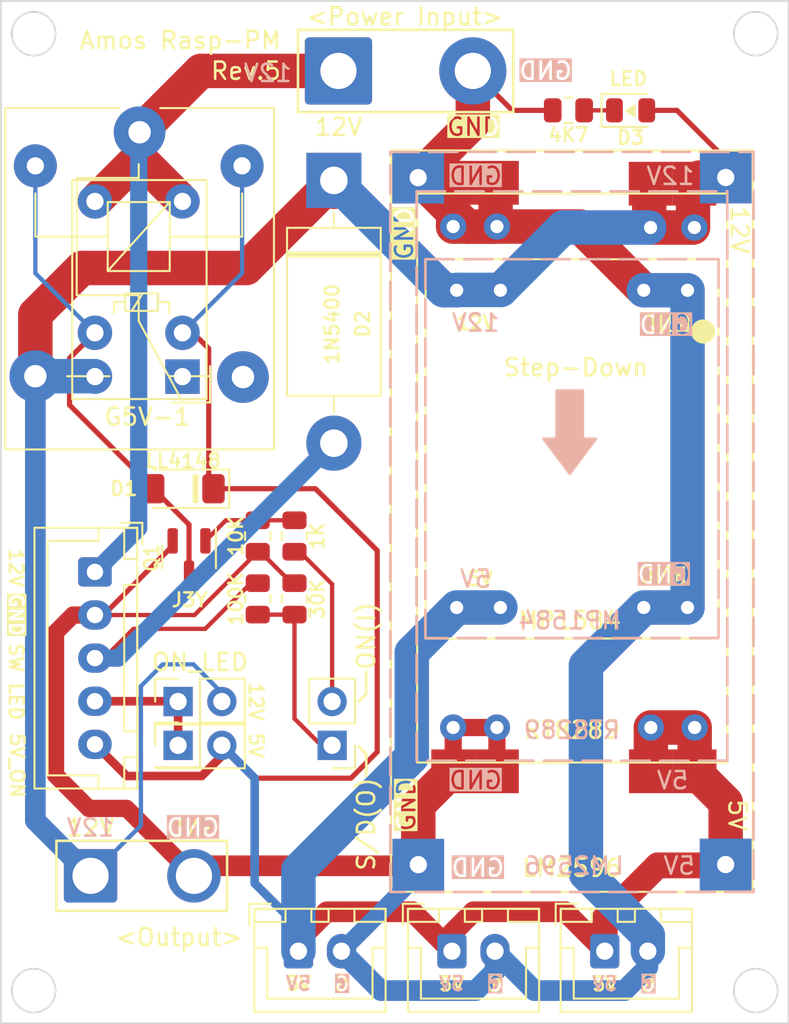
<source format=kicad_pcb>
(kicad_pcb (version 20221018) (generator pcbnew)
  (title_block (title "Raspberry Pie Power Module") (date "2023-03-25") (rev "5") (company "Amos Home"))
  (layers (0 "F.Cu" signal) (31 "B.Cu" signal) (34 "B.Paste" user) (35 "F.Paste" user) (36 "B.SilkS" user "B.Silkscreen") (37 "F.SilkS" user "F.Silkscreen") (38 "B.Mask" user) (39 "F.Mask" user) (44 "Edge.Cuts" user))
  (net 0 "")
  (net 2 "Relay_Coil_2")
  (net 3 "5V_ON")
  (net 4 "12V_ON")
  (net 5 "InGND")
  (net 6 "/SWITCH")
  (net 7 "Net-(D3-K)")
  (net 8 "/ON_LED")
  (net 9 "/POWER_SIG")
  (net 10 "/SHUTDOWN")
  (net 11 "Relay_In")
  (net 12 "Net-(Q1-B)")
  (footprint "rasp_power_module:MP1584_dcdc_module" (layer "F.Cu") (at 119.634 44.069 -90)
    (fp_text reference "DCDC1" hide)
    (fp_text value "MP1584_module")
    (pad "1" thru_hole circle (at 1.8 12.66 270) (size 1.524 1.524) (drill 0.762) (layers "*.Cu" "*.Mask") (net 4 "12V_ON"))
    (pad "1" thru_hole circle (at 1.8 15.2 270) (size 1.524 1.524) (drill 0.762) (layers "*.Cu" "*.Mask") (net 4 "12V_ON"))
    (pad "2" thru_hole circle (at 1.8 1.8 270) (size 1.524 1.524) (drill 0.762) (layers "*.Cu" "*.Mask") (net 5 "InGND"))
    (pad "2" thru_hole circle (at 1.8 4.34 270) (size 1.524 1.524) (drill 0.762) (layers "*.Cu" "*.Mask") (net 5 "InGND"))
    (pad "3" thru_hole circle (at 20.2 12.66 270) (size 1.524 1.524) (drill 0.762) (layers "*.Cu" "*.Mask") (net 3 "5V_ON"))
    (pad "3" thru_hole circle (at 20.2 15.2 270) (size 1.524 1.524) (drill 0.762) (layers "*.Cu" "*.Mask") (net 3 "5V_ON"))
    (pad "4" thru_hole circle (at 20.2 1.8 270) (size 1.524 1.524) (drill 0.762) (layers "*.Cu" "*.Mask") (net 5 "InGND"))
    (pad "4" thru_hole circle (at 20.2 4.34 270) (size 1.524 1.524) (drill 0.762) (layers "*.Cu" "*.Mask") (net 5 "InGND"))
  )
  (footprint "Resistor_SMD:R_0805_2012Metric" (layer "F.Cu") (at 95.0214 60.1218 90)
    (fp_text reference "R1" hide)
    (fp_text value "1K" (at 0 1.3208 90) (layer "F.SilkS") (effects (font (size 0.8 0.8))))
    (pad "1" smd roundrect (at -0.9125 0 90) (size 1.025 1.4) (layers "F.Cu" "F.Paste" "F.Mask") (roundrect_rratio 0.243902439) (net 9 "/POWER_SIG"))
    (pad "2" smd roundrect (at 0.9125 0 90) (size 1.025 1.4) (layers "F.Cu" "F.Paste" "F.Mask") (roundrect_rratio 0.243902439) (net 12 "Net-(Q1-B)"))
  )
  (footprint "rasp_power_module:LM2596_dcdc_module" (layer "F.Cu") (at 111.125 59.2582 -90)
    (fp_text reference "DCDC2" hide)
    (fp_text value "LM2596_module")
    (pad "1" thru_hole rect (at -19.930917 -8.927728 270) (size 3 3) (drill 1) (layers "*.Cu" "*.Mask") (net 4 "12V_ON"))
    (pad "2" thru_hole rect (at -19.922188 8.92511 270) (size 3 3) (drill 1) (layers "*.Cu" "*.Mask") (net 5 "InGND"))
    (pad "3" thru_hole rect (at 19.917173 -8.922444 270) (size 3 3) (drill 1) (layers "*.Cu" "*.Mask") (net 3 "5V_ON"))
    (pad "4" thru_hole rect (at 19.926735 8.915783 270) (size 3 3) (drill 1) (layers "*.Cu" "*.Mask") (net 5 "InGND"))
  )
  (footprint "Connector_PinHeader_2.54mm:PinHeader_2x01_P2.54mm_Vertical" (layer "F.Cu") (at 88.265 69.723)
    (fp_text reference "JP1" hide)
    (fp_text value "Jumper_2_Open" hide)
    (pad "1" thru_hole rect (at 0 0) (size 1.7 1.7) (drill 1) (layers "*.Cu" "*.Mask") (net 8 "/ON_LED"))
    (pad "2" thru_hole oval (at 2.54 0) (size 1.7 1.7) (drill 1) (layers "*.Cu" "*.Mask") (net 4 "12V_ON"))
  )
  (footprint "Resistor_SMD:R_0805_2012Metric" (layer "F.Cu") (at 95.0214 63.7686 -90)
    (fp_text reference "R4" hide)
    (fp_text value "30K" (at 0.0108 -1.3208 -90) (layer "F.SilkS") (effects (font (size 0.8 0.8))))
    (pad "1" smd roundrect (at -0.9125 0 270) (size 1.025 1.4) (layers "F.Cu" "F.Paste" "F.Mask") (roundrect_rratio 0.243902439) (net 5 "InGND"))
    (pad "2" smd roundrect (at 0.9125 0 270) (size 1.025 1.4) (layers "F.Cu" "F.Paste" "F.Mask") (roundrect_rratio 0.243902439) (net 10 "/SHUTDOWN"))
  )
  (footprint "Connector_Wire:SolderWire-1.5sqmm_1x02_P6mm_D1.7mm_OD3mm" (layer "F.Cu") (at 83.185 79.8322)
    (fp_text reference "J5")
    (fp_text value "Conn_01x02" hide)
    (pad "1" thru_hole roundrect (at 0 0) (size 3.1 3.1) (drill 2.1) (layers "*.Cu" "*.Mask") (roundrect_rratio 0.08064483871) (net 4 "12V_ON"))
    (pad "2" thru_hole circle (at 6 0) (size 3.1 3.1) (drill 2.1) (layers "*.Cu" "*.Mask") (net 5 "InGND"))
  )
  (footprint "Diode_THT:D_DO-201AD_P15.24mm_Horizontal" (layer "F.Cu") (at 97.3074 39.497 -90)
    (fp_text reference "D2" (at 8.3312 -1.6764 -90) (layer "F.SilkS") (effects (font (size 0.8 0.8))))
    (fp_text value "1N5400" (at 8.3312 0.1016 -90) (layer "F.SilkS") (effects (font (size 0.8 0.8))))
    (pad "1" thru_hole rect (at 0 0 270) (size 3.2 3.2) (drill 1.6) (layers "*.Cu" "*.Mask") (net 4 "12V_ON"))
    (pad "2" thru_hole oval (at 15.24 0 270) (size 3.2 3.2) (drill 1.6) (layers "*.Cu" "*.Mask") (net 6 "/SWITCH"))
  )
  (footprint "Resistor_SMD:R_0805_2012Metric" (layer "F.Cu") (at 92.8878 60.1218 90)
    (fp_text reference "R2" hide)
    (fp_text value "10K" (at 0 -1.27 90) (layer "F.SilkS") (effects (font (size 0.8 0.8))))
    (pad "1" smd roundrect (at -0.9125 0 90) (size 1.025 1.4) (layers "F.Cu" "F.Paste" "F.Mask") (roundrect_rratio 0.243902439) (net 5 "InGND"))
    (pad "2" smd roundrect (at 0.9125 0 90) (size 1.025 1.4) (layers "F.Cu" "F.Paste" "F.Mask") (roundrect_rratio 0.243902439) (net 12 "Net-(Q1-B)"))
  )
  (footprint "Connector_PinHeader_2.54mm:PinHeader_1x02_P2.54mm_Vertical" (layer "F.Cu") (at 97.2058 72.263 180)
    (fp_text reference "J3" hide)
    (fp_text value "Conn_01x02" hide)
    (pad "1" thru_hole rect (at 0 0 180) (size 1.7 1.7) (drill 1) (layers "*.Cu" "*.Mask") (net 10 "/SHUTDOWN"))
    (pad "2" thru_hole oval (at 0 2.54 180) (size 1.7 1.7) (drill 1) (layers "*.Cu" "*.Mask") (net 9 "/POWER_SIG"))
  )
  (footprint "Relay_THT:Relay_SPDT_Omron_G5V-1" (layer "F.Cu") (at 88.519 50.8762 180)
    (fp_text reference "K1" hide)
    (fp_text value "G5V-1")
    (pad "1" thru_hole rect (at 0 0 180) (size 2 2) (drill 1) (layers "*.Cu" "*.Mask"))
    (pad "2" thru_hole circle (at 0 2.54 180) (size 2 2) (drill 1) (layers "*.Cu" "*.Mask") (net 3 "5V_ON"))
    (pad "5" thru_hole circle (at 0 10.16 180) (size 2 2) (drill 1) (layers "*.Cu" "*.Mask") (net 11 "Relay_In"))
    (pad "6" thru_hole circle (at 5.08 10.16 180) (size 2 2) (drill 1) (layers "*.Cu" "*.Mask") (net 11 "Relay_In"))
    (pad "9" thru_hole circle (at 5.08 2.54 180) (size 2 2) (drill 1) (layers "*.Cu" "*.Mask") (net 2 "Relay_Coil_2"))
    (pad "10" thru_hole circle (at 5.08 0 180) (size 2 2) (drill 1) (layers "*.Cu" "*.Mask") (net 4 "12V_ON"))
  )
  (footprint "Connector_JST:JST_XH_B2B-XH-A_1x02_P2.50mm_Vertical" (layer "F.Cu") (at 95.25 84.201)
    (fp_text reference "J7" hide)
    (fp_text value "Conn_01x02" hide)
    (pad "1" thru_hole roundrect (at 0 0) (size 1.7 2) (drill 1) (layers "*.Cu" "*.Mask") (roundrect_rratio 0.1470588235) (net 3 "5V_ON"))
    (pad "2" thru_hole oval (at 2.5 0) (size 1.7 2) (drill 1) (layers "*.Cu" "*.Mask") (net 5 "InGND"))
  )
  (footprint "rasp_power_module:RT8289_dcdc_module" (layer "F.Cu") (at 120.142 40.259 -90)
    (fp_text reference "DCDC3" hide)
    (fp_text value "RT8289_module")
    (pad "1" smd rect (at -0.57 1.91 270) (size 2.54 2.54) (layers "F.Cu" "F.Paste" "F.Mask") (net 4 "12V_ON"))
    (pad "1" smd rect (at -0.57 4.45 270) (size 2.54 2.54) (layers "F.Cu" "F.Paste" "F.Mask") (net 4 "12V_ON"))
    (pad "1" thru_hole circle (at 1.97 1.91 270) (size 1.524 1.524) (drill 0.762) (layers "*.Cu" "*.Mask") (net 4 "12V_ON"))
    (pad "1" thru_hole circle (at 1.97 4.45 270) (size 1.524 1.524) (drill 0.762) (layers "*.Cu" "*.Mask") (net 4 "12V_ON"))
    (pad "2" smd rect (at -0.625 13.37 270) (size 2.54 2.54) (layers "F.Cu" "F.Paste" "F.Mask") (net 5 "InGND"))
    (pad "2" smd rect (at -0.625 15.91 270) (size 2.54 2.54) (layers "F.Cu" "F.Paste" "F.Mask") (net 5 "InGND"))
    (pad "2" thru_hole circle (at 1.915 13.37 270) (size 1.524 1.524) (drill 0.762) (layers "*.Cu" "*.Mask") (net 5 "InGND"))
    (pad "2" thru_hole circle (at 1.915 15.91 270) (size 1.524 1.524) (drill 0.762) (layers "*.Cu" "*.Mask") (net 5 "InGND"))
    (pad "3" thru_hole circle (at 30.97 1.895 270) (size 1.524 1.524) (drill 0.762) (layers "*.Cu" "*.Mask") (net 3 "5V_ON"))
    (pad "3" thru_hole circle (at 30.97 4.435 270) (size 1.524 1.524) (drill 0.762) (layers "*.Cu" "*.Mask") (net 3 "5V_ON"))
    (pad "3" smd rect (at 33.51 1.895 270) (size 2.54 2.54) (layers "F.Cu" "F.Paste" "F.Mask") (net 3 "5V_ON"))
    (pad "3" smd rect (at 33.51 4.435 270) (size 2.54 2.54) (layers "F.Cu" "F.Paste" "F.Mask") (net 3 "5V_ON"))
    (pad "4" thru_hole circle (at 30.97 13.37 270) (size 1.524 1.524) (drill 0.762) (layers "*.Cu" "*.Mask") (net 5 "InGND"))
    (pad "4" thru_hole circle (at 30.97 15.91 270) (size 1.524 1.524) (drill 0.762) (layers "*.Cu" "*.Mask") (net 5 "InGND"))
    (pad "4" smd rect (at 33.51 13.37 270) (size 2.54 2.54) (layers "F.Cu" "F.Paste" "F.Mask") (net 5 "InGND"))
    (pad "4" smd rect (at 33.51 15.91 270) (size 2.54 2.54) (layers "F.Cu" "F.Paste" "F.Mask") (net 5 "InGND"))
  )
  (footprint "Resistor_SMD:R_0805_2012Metric" (layer "F.Cu") (at 110.9218 35.433)
    (fp_text reference "R5" hide)
    (fp_text value "4K7" (at 0 1.4224) (layer "F.SilkS") (effects (font (size 0.8 0.8))))
    (pad "1" smd roundrect (at -0.9125 0) (size 1.025 1.4) (layers "F.Cu" "F.Paste" "F.Mask") (roundrect_rratio 0.243902439) (net 5 "InGND"))
    (pad "2" smd roundrect (at 0.9125 0) (size 1.025 1.4) (layers "F.Cu" "F.Paste" "F.Mask") (roundrect_rratio 0.243902439) (net 7 "Net-(D3-K)"))
  )
  (footprint "LED_SMD:LED_0805_2012Metric" (layer "F.Cu") (at 114.5286 35.433)
    (fp_text reference "D3" (at 0 1.5748 180) (layer "F.SilkS") (effects (font (size 0.8 0.8))))
    (fp_text value "LED" (at -0.127 -1.8288) (layer "F.SilkS") (effects (font (size 0.8 0.8))))
    (pad "1" smd roundrect (at -0.9375 0) (size 0.975 1.4) (layers "F.Cu" "F.Paste" "F.Mask") (net 7 "Net-(D3-K)"))
    (pad "2" smd roundrect (at 0.9375 0) (size 0.975 1.4) (layers "F.Cu" "F.Paste" "F.Mask") (net 4 "12V_ON"))
  )
  (footprint "Connector_Wire:SolderWire-1.5sqmm_1x02_P7.8mm_D1.7mm_OD3.9mm" (layer "F.Cu") (at 97.573 33.147)
    (fp_text reference "J1" hide)
    (fp_text value "Conn_01x02" hide)
    (pad "1" thru_hole roundrect (at 0 0) (size 3.9 3.9) (drill 2.1) (layers "*.Cu" "*.Mask") (roundrect_rratio 0.06410307692) (net 11 "Relay_In"))
    (pad "2" thru_hole circle (at 7.8 0) (size 3.9 3.9) (drill 2.1) (layers "*.Cu" "*.Mask") (net 5 "InGND"))
  )
  (footprint "Connector_JST:JST_XH_B2B-XH-A_1x02_P2.50mm_Vertical" (layer "F.Cu") (at 113.03 84.201)
    (fp_text reference "J9" hide)
    (fp_text value "Conn_01x02" hide)
    (pad "1" thru_hole roundrect (at 0 0) (size 1.7 2) (drill 1) (layers "*.Cu" "*.Mask") (roundrect_rratio 0.1470588235) (net 3 "5V_ON"))
    (pad "2" thru_hole oval (at 2.5 0) (size 1.7 2) (drill 1) (layers "*.Cu" "*.Mask") (net 5 "InGND"))
  )
  (footprint "Connector_JST:JST_XH_B2B-XH-A_1x02_P2.50mm_Vertical" (layer "F.Cu") (at 104.16 84.201)
    (fp_text reference "J8" hide)
    (fp_text value "Conn_01x02" hide)
    (pad "1" thru_hole roundrect (at 0 0) (size 1.7 2) (drill 1) (layers "*.Cu" "*.Mask") (roundrect_rratio 0.1470588235) (net 3 "5V_ON"))
    (pad "2" thru_hole oval (at 2.5 0) (size 1.7 2) (drill 1) (layers "*.Cu" "*.Mask") (net 5 "InGND"))
  )
  (footprint "Package_TO_SOT_SMD:SOT-23" (layer "F.Cu") (at 88.9 61.341 -90)
    (fp_text reference "Q1" (at 0.0508 2.159 -90) (layer "F.SilkS") (effects (font (size 0.8 0.8))))
    (fp_text value "S8050 J3Y")
    (pad "1" smd roundrect (at -0.9375 -0.95 270) (size 1.475 0.6) (layers "F.Cu" "F.Paste" "F.Mask") (net 12 "Net-(Q1-B)"))
    (pad "2" smd roundrect (at -0.9375 0.95 270) (size 1.475 0.6) (layers "F.Cu" "F.Paste" "F.Mask") (net 5 "InGND"))
    (pad "3" smd roundrect (at 0.9375 0 270) (size 1.475 0.6) (layers "F.Cu" "F.Paste" "F.Mask") (net 2 "Relay_Coil_2"))
  )
  (footprint "Connector_PinHeader_2.54mm:PinHeader_2x01_P2.54mm_Vertical" (layer "F.Cu") (at 88.265 72.263)
    (fp_text reference "JP2" hide)
    (fp_text value "Jumper_2_Open" hide)
    (pad "1" thru_hole rect (at 0 0) (size 1.7 1.7) (drill 1) (layers "*.Cu" "*.Mask") (net 8 "/ON_LED"))
    (pad "2" thru_hole oval (at 2.54 0) (size 1.7 1.7) (drill 1) (layers "*.Cu" "*.Mask") (net 3 "5V_ON"))
  )
  (footprint "Relay_THT:Relay_SPDT_SANYOU_SRD_Series_Form_C" (layer "F.Cu") (at 86.0298 36.703 -90)
    (fp_text reference "K2" hide)
    (fp_text value "SANYOU_SRD_Form_C")
    (pad "1" thru_hole circle (at 0 0) (size 3 3) (drill 1.3) (layers "*.Cu" "*.Mask") (net 11 "Relay_In"))
    (pad "2" thru_hole circle (at 1.95 6.05) (size 2.5 2.5) (drill 1) (layers "*.Cu" "*.Mask") (net 2 "Relay_Coil_2"))
    (pad "3" thru_hole circle (at 14.15 6.05) (size 3 3) (drill 1.3) (layers "*.Cu" "*.Mask") (net 4 "12V_ON"))
    (pad "4" thru_hole circle (at 14.2 -6) (size 3 3) (drill 1.3) (layers "*.Cu" "*.Mask"))
    (pad "5" thru_hole circle (at 1.95 -5.95) (size 2.5 2.5) (drill 1) (layers "*.Cu" "*.Mask") (net 3 "5V_ON"))
  )
  (footprint "Diode_SMD:D_MiniMELF" (layer "F.Cu") (at 88.5698 57.3786 180)
    (fp_text reference "D1" (at 3.4544 0) (layer "F.SilkS") (effects (font (size 0.8 0.8))))
    (fp_text value "LL4148" (at 0 1.6256 180) (layer "F.SilkS") (effects (font (size 0.8 0.8))))
    (pad "1" smd roundrect (at -1.75 0 180) (size 1.3 1.7) (layers "F.Cu" "F.Paste" "F.Mask") (roundrect_rratio 0.1923076923) (net 3 "5V_ON"))
    (pad "2" smd roundrect (at 1.75 0 180) (size 1.3 1.7) (layers "F.Cu" "F.Paste" "F.Mask") (roundrect_rratio 0.1923076923) (net 2 "Relay_Coil_2"))
  )
  (footprint "Connector_JST:JST_XH_B5B-XH-A_1x05_P2.50mm_Vertical" (layer "F.Cu") (at 83.439 62.2046 -90)
    (fp_text reference "J2" hide)
    (fp_text value "Conn_01x05" hide)
    (pad "1" thru_hole roundrect (at 0 0 270) (size 1.7 1.95) (drill 0.95) (layers "*.Cu" "*.Mask") (roundrect_rratio 0.1470588235) (net 11 "Relay_In"))
    (pad "2" thru_hole oval (at 2.5 0 270) (size 1.7 1.95) (drill 0.95) (layers "*.Cu" "*.Mask") (net 5 "InGND"))
    (pad "3" thru_hole oval (at 5 0 270) (size 1.7 1.95) (drill 0.95) (layers "*.Cu" "*.Mask") (net 6 "/SWITCH"))
    (pad "4" thru_hole oval (at 7.5 0 270) (size 1.7 1.95) (drill 0.95) (layers "*.Cu" "*.Mask") (net 8 "/ON_LED"))
    (pad "5" thru_hole oval (at 10 0 270) (size 1.7 1.95) (drill 0.95) (layers "*.Cu" "*.Mask") (net 3 "5V_ON"))
  )
  (footprint "Resistor_SMD:R_0805_2012Metric" (layer "F.Cu") (at 92.8878 63.7686 -90)
    (fp_text reference "R3" hide)
    (fp_text value "100K" (at 0.0108 1.27 -90) (layer "F.SilkS") (effects (font (size 0.8 0.8))))
    (pad "1" smd roundrect (at -0.9125 0 270) (size 1.025 1.4) (layers "F.Cu" "F.Paste" "F.Mask") (roundrect_rratio 0.243902439) (net 6 "/SWITCH"))
    (pad "2" smd roundrect (at 0.9125 0 270) (size 1.025 1.4) (layers "F.Cu" "F.Paste" "F.Mask") (roundrect_rratio 0.243902439) (net 10 "/SHUTDOWN"))
  )
  (gr_rect (start 102.616 44.069) (end 119.634 66.04) (stroke (width 0.15) (type dash)) (fill none) (layer "B.SilkS"))
  (gr_rect (start 102.108 40.132) (end 120.142 73.152) (stroke (width 0.15) (type dash)) (fill none) (layer "B.SilkS"))
  (gr_poly (pts (xy 110.236 51.689) (xy 110.236 54.483) (xy 109.474 54.483) (xy 110.998 56.515) (xy 112.522 54.483) (xy 111.76 54.483) (xy 111.76 51.689)) (stroke (width 0.15)) (fill solid) (layer "B.SilkS"))
  (gr_rect (start 100.584 37.846) (end 121.666 80.772) (stroke (width 0.15) (type dash)) (fill none) (layer "B.SilkS"))
  (gr_rect (start 89.1794 56.6166) (end 89.3826 58.1406) (stroke (width 0.15)) (fill solid) (layer "F.SilkS"))
  (gr_rect (start 81.2038 77.8002) (end 91.1098 81.8642) (stroke (width 0.15)) (fill none) (layer "F.SilkS"))
  (gr_line (start 98.739 69.7438) (end 99.187 69.2658) (stroke (width 0.15)) (layer "F.SilkS"))
  (gr_rect (start 95.2246 30.7594) (end 107.7214 35.5346) (stroke (width 0.15)) (fill none) (layer "F.SilkS"))
  (gr_poly (pts (xy 110.236 51.689) (xy 110.236 54.483) (xy 109.474 54.483) (xy 110.998 56.515) (xy 112.522 54.483) (xy 111.76 54.483) (xy 111.76 51.689)) (stroke (width 0.15)) (fill solid) (layer "F.SilkS"))
  (gr_line (start 99.187 69.2658) (end 99.187 67.9958) (stroke (width 0.15)) (layer "F.SilkS"))
  (gr_line (start 99.187 72.771) (end 99.187 74.041) (stroke (width 0.15)) (layer "F.SilkS"))
  (gr_line (start 98.739 72.3138) (end 99.187 72.771) (stroke (width 0.15)) (layer "F.SilkS"))
  (gr_circle (center 121.793 30.988) (end 123.063 30.988) (stroke (width 0.1)) (fill none) (layer "Edge.Cuts"))
  (gr_circle (center 121.793 86.487) (end 123.063 86.487) (stroke (width 0.1)) (fill none) (layer "Edge.Cuts"))
  (gr_circle (center 79.883 30.988) (end 81.153 30.988) (stroke (width 0.1)) (fill none) (layer "Edge.Cuts"))
  (gr_circle (center 79.883 86.487) (end 81.153 86.487) (stroke (width 0.1)) (fill none) (layer "Edge.Cuts"))
  (gr_rect (start 77.978 29.083) (end 123.698 88.392) (stroke (width 0.1)) (fill none) (layer "Edge.Cuts"))
  (gr_text "12V" (at 105.537 47.752) (layer "B.SilkS") (effects (font (size 1 1)) (justify mirror)))
  (gr_text "GND" (at 105.664 79.375) (layer "B.SilkS" knockout) (effects (font (size 1 1)) (justify mirror)))
  (gr_text "G" (at 106.68 86.1314) (layer "B.SilkS" knockout) (effects (font (size 0.8 0.8)) (justify mirror)))
  (gr_text "5V" (at 117.348 79.248) (layer "B.SilkS") (effects (font (size 1 1)) (justify mirror)))
  (gr_text "G" (at 97.79 86.106) (layer "B.SilkS" knockout) (effects (font (size 0.8 0.8)) (justify mirror)))
  (gr_text "MP1584" (at 110.998 65.024) (layer "B.SilkS") (effects (font (size 1 1)) (justify mirror)))
  (gr_text "12V" (at 116.84 39.243) (layer "B.SilkS") (effects (font (size 1 1)) (justify mirror)))
  (gr_text "5V" (at 116.967 74.295) (layer "B.SilkS") (effects (font (size 1 1)) (justify mirror)))
  (gr_text "GND" (at 105.537 39.243) (layer "B.SilkS" knockout) (effects (font (size 1 1)) (justify mirror)))
  (gr_text "GND" (at 89.1286 77.0382) (layer "B.SilkS" knockout) (effects (font (size 1 1)) (justify mirror)))
  (gr_text "G" (at 115.57 86.1314) (layer "B.SilkS" knockout) (effects (font (size 0.8 0.8)) (justify mirror)))
  (gr_text "GND" (at 109.601 33.147) (layer "B.SilkS" knockout) (effects (font (size 1 1)) (justify mirror)))
  (gr_text "5V" (at 95.25 86.0806) (layer "B.SilkS") (effects (font (size 0.8 0.8)) (justify mirror)))
  (gr_text "12V" (at 83.185 77.0382) (layer "B.SilkS") (effects (font (size 1 1)) (justify mirror)))
  (gr_text "GND" (at 105.537 74.295) (layer "B.SilkS" knockout) (effects (font (size 1 1)) (justify mirror)))
  (gr_text "GND" (at 116.586 47.879) (layer "B.SilkS" knockout) (effects (font (size 1 1)) (justify mirror)))
  (gr_text "5V" (at 113.03 86.0806) (layer "B.SilkS") (effects (font (size 0.8 0.8)) (justify mirror)))
  (gr_text "LM2596" (at 111.252 79.248) (layer "B.SilkS") (effects (font (size 1 1)) (justify mirror)))
  (gr_text "5V" (at 104.14 86.0806) (layer "B.SilkS") (effects (font (size 0.8 0.8)) (justify mirror)))
  (gr_text "12V" (at 93.472 33.274) (layer "B.SilkS") (effects (font (size 1 1)) (justify mirror)))
  (gr_text "RT8289" (at 111.125 71.374) (layer "B.SilkS") (effects (font (size 1 1)) (justify mirror)))
  (gr_text "5V" (at 105.537 62.611) (layer "B.SilkS") (effects (font (size 1 1)) (justify mirror)))
  (gr_text "GND" (at 116.459 62.357) (layer "B.SilkS" knockout) (effects (font (size 1 1)) (justify mirror)))
  (gr_text "RT8289" (at 111.125 71.374) (layer "F.SilkS") (effects (font (size 1 1))))
  (gr_text "5V" (at 92.7862 72.263 270) (layer "F.SilkS") (effects (font (size 0.8 0.8))))
  (gr_text "S/D(O)" (at 99.187 76.835 90) (layer "F.SilkS") (effects (font (size 1 1))))
  (gr_text "5V_ON" (at 78.9178 73.4314 270) (layer "F.SilkS") (effects (font (size 0.8 0.8))))
  (gr_text "SW" (at 78.867 67.183 270) (layer "F.SilkS") (effects (font (size 0.8 0.8))))
  (gr_text "GND" (at 102.108 77.343 90) (layer "F.SilkS" knockout) (effects (font (size 1 1)) (justify left bottom)))
  (gr_text "<Power Input>" (at 101.4222 29.9974) (layer "F.SilkS") (effects (font (size 1 1))))
  (gr_text "GND" (at 89.1286 77.0382) (layer "F.SilkS" knockout) (effects (font (size 1 1))))
  (gr_text "LED" (at 78.867 69.723 270) (layer "F.SilkS") (effects (font (size 0.8 0.8))))
  (gr_text "5V" (at 120.142 75.311 -90) (layer "F.SilkS") (effects (font (size 1 1)) (justify left bottom)))
  (gr_text "LM2596" (at 111.125 79.375) (layer "F.SilkS") (effects (font (size 1 1))))
  (gr_text "G" (at 97.79 86.106) (layer "F.SilkS" knockout) (effects (font (size 0.8 0.8))))
  (gr_text "12V" (at 120.269 40.894 -90) (layer "F.SilkS") (effects (font (size 1 1)) (justify left bottom)))
  (gr_text "ON_LED" (at 89.535 67.437) (layer "F.SilkS") (effects (font (size 1 1))))
  (gr_text "GND" (at 78.867 64.6938 270) (layer "F.SilkS" knockout) (effects (font (size 0.8 0.8))))
  (gr_text "ON(I)" (at 99.187 65.913 90) (layer "F.SilkS") (effects (font (size 1 1))))
  (gr_text "12V" (at 92.7862 69.723 270) (layer "F.SilkS") (effects (font (size 0.8 0.8))))
  (gr_text "G" (at 106.68 86.106) (layer "F.SilkS" knockout) (effects (font (size 0.8 0.8))))
  (gr_text "12V" (at 97.573 36.3982) (layer "F.SilkS") (effects (font (size 1 1))))
  (gr_text "GND" (at 101.981 44.196 90) (layer "F.SilkS" knockout) (effects (font (size 1 1)) (justify left bottom)))
  (gr_text "G" (at 115.57 86.106) (layer "F.SilkS" knockout) (effects (font (size 0.8 0.8))))
  (gr_text "Step-Down" (at 107.061 50.927) (layer "F.SilkS") (effects (font (size 1 1)) (justify left bottom)))
  (gr_text "5V" (at 113.03 86.106) (layer "F.SilkS") (effects (font (size 0.8 0.8))))
  (gr_text "J3Y" (at 88.9254 63.8302) (layer "F.SilkS") (effects (font (size 0.8 0.8))))
  (gr_text "◄" (at 114.5286 35.3822) (layer "F.SilkS") (effects (font (size 1 0.6))))
  (gr_text "GND" (at 116.713 47.752) (layer "F.SilkS" knockout) (effects (font (size 0.8 0.8))))
  (gr_text "G5V-1" (at 86.487 53.213) (layer "F.SilkS") (effects (font (size 1 1))))
  (gr_text "GND" (at 116.459 62.484) (layer "F.SilkS" knockout) (effects (font (size 0.8 0.8))))
  (gr_text "5V" (at 95.25 86.0806) (layer "F.SilkS") (effects (font (size 0.8 0.8))))
  (gr_text "12V" (at 83.185 77.0382) (layer "F.SilkS") (effects (font (size 1 1))))
  (gr_text "<Output>" (at 88.3158 83.3882) (layer "F.SilkS") (effects (font (size 1 1))))
  (gr_text "GND" (at 105.41 36.3982) (layer "F.SilkS" knockout) (effects (font (size 1 1))))
  (gr_text "5V" (at 105.791 62.611) (layer "F.SilkS") (effects (font (size 0.8 0.8))))
  (gr_text "5V" (at 104.14 86.106) (layer "F.SilkS") (effects (font (size 0.8 0.8))))
  (gr_text "Amos Rasp-PM" (at 88.392 31.369) (layer "F.SilkS") (effects (font (size 1 1))))
  (gr_text "12V" (at 105.537 47.752) (layer "F.SilkS") (effects (font (size 0.8 0.8))))
  (gr_text "MP1584" (at 110.998 65.024) (layer "F.SilkS") (effects (font (size 1 1))))
  (gr_text "Rev.5" (at 92.202 33.147) (layer "F.SilkS") (effects (font (size 1 1))))
  (gr_text "12V" (at 78.867 61.976 270) (layer "F.SilkS") (effects (font (size 0.8 0.8))))
  (segment (start 81.9658 49.8094) (end 81.9658 52.5246) (width 0.3) (layer "F.Cu") (net 2))
  (segment (start 83.439 48.3362) (end 81.9658 49.8094) (width 0.3) (layer "F.Cu") (net 2))
  (segment (start 88.9 62.2785) (end 88.9 59.4588) (width 0.3) (layer "F.Cu") (net 2))
  (segment (start 88.9 59.4588) (end 86.8198 57.3786) (width 0.3) (layer "F.Cu") (net 2))
  (segment (start 81.9658 52.5246) (end 86.8198 57.3786) (width 0.3) (layer "F.Cu") (net 2))
  (segment (start 79.9798 38.653) (end 79.9798 44.877) (width 0.25) (layer "B.Cu") (net 2))
  (segment (start 79.9798 44.877) (end 83.439 48.3362) (width 0.25) (layer "B.Cu") (net 2))
  (segment (start 90.3198 57.3786) (end 90.043 57.1018) (width 0.3) (layer "F.Cu") (net 3))
  (segment (start 120.047444 79.226173) (end 116.099827 79.226173) (width 1.5) (layer "F.Cu") (net 3))
  (segment (start 99.822 72.644) (end 99.822 60.96) (width 0.3) (layer "F.Cu") (net 3))
  (segment (start 90.805 72.263) (end 92.71 74.168) (width 0.3) (layer "F.Cu") (net 3))
  (segment (start 118.247 71.229) (end 115.707 71.229) (width 2) (layer "F.Cu") (net 3))
  (segment (start 92.71 74.168) (end 98.298 74.168) (width 0.3) (layer "F.Cu") (net 3))
  (segment (start 85.2754 74.041) (end 83.439 72.2046) (width 0.5) (layer "F.Cu") (net 3))
  (segment (start 90.043 49.2506) (end 89.1286 48.3362) (width 0.3) (layer "F.Cu") (net 3))
  (segment (start 104.16 84.201) (end 101.874 81.915) (width 1.2) (layer "F.Cu") (net 3))
  (segment (start 90.805 72.263) (end 90.805 72.8726) (width 0.5) (layer "F.Cu") (net 3))
  (segment (start 90.043 57.1018) (end 90.043 49.2506) (width 0.3) (layer "F.Cu") (net 3))
  (segment (start 118.247 73.769) (end 120.047444 75.569444) (width 2) (layer "F.Cu") (net 3))
  (segment (start 118.247 73.769) (end 118.247 71.229) (width 2) (layer "F.Cu") (net 3))
  (segment (start 95.25 83.82) (end 95.25 84.201) (width 1.2) (layer "F.Cu") (net 3))
  (segment (start 95.25 83.566) (end 95.25 83.82) (width 1.2) (layer "F.Cu") (net 3))
  (segment (start 89.6366 74.041) (end 85.2754 74.041) (width 0.5) (layer "F.Cu") (net 3))
  (segment (start 96.2406 57.3786) (end 90.3198 57.3786) (width 0.3) (layer "F.Cu") (net 3))
  (segment (start 116.099827 79.226173) (end 113.03 82.296) (width 1.5) (layer "F.Cu") (net 3))
  (segment (start 110.744 81.915) (end 105.41 81.915) (width 1.2) (layer "F.Cu") (net 3))
  (segment (start 113.03 82.296) (end 113.03 84.201) (width 1.5) (layer "F.Cu") (net 3))
  (segment (start 96.901 81.915) (end 95.25 83.566) (width 1.2) (layer "F.Cu") (net 3))
  (segment (start 104.16 83.165) (end 104.16 84.201) (width 1.2) (layer "F.Cu") (net 3))
  (segment (start 115.707 71.229) (end 115.707 73.769) (width 2) (layer "F.Cu") (net 3))
  (segment (start 105.41 81.915) (end 104.16 83.165) (width 1.2) (layer "F.Cu") (net 3))
  (segment (start 99.822 60.96) (end 96.2406 57.3786) (width 0.3) (layer "F.Cu") (net 3))
  (segment (start 98.298 74.168) (end 99.822 72.644) (width 0.3) (layer "F.Cu") (net 3))
  (segment (start 113.03 84.201) (end 110.744 81.915) (width 1.2) (layer "F.Cu") (net 3))
  (segment (start 89.1286 48.3362) (end 88.519 48.3362) (width 0.3) (layer "F.Cu") (net 3))
  (segment (start 90.805 72.8726) (end 89.6366 74.041) (width 0.5) (layer "F.Cu") (net 3))
  (segment (start 120.047444 75.569444) (end 120.047444 79.175373) (width 2) (layer "F.Cu") (net 3))
  (segment (start 101.874 81.915) (end 96.901 81.915) (width 1.2) (layer "F.Cu") (net 3))
  (segment (start 88.519 48.3362) (end 91.9798 44.8754) (width 0.25) (layer "B.Cu") (net 3))
  (segment (start 91.9798 44.8754) (end 91.9798 38.653) (width 0.25) (layer "B.Cu") (net 3))
  (segment (start 104.434 64.269) (end 101.8286 66.8744) (width 2) (layer "B.Cu") (net 3))
  (segment (start 92.71 80.264) (end 95.25 82.804) (width 0.5) (layer "B.Cu") (net 3))
  (segment (start 95.25 82.804) (end 95.25 83.82) (width 0.5) (layer "B.Cu") (net 3))
  (segment (start 95.25 79.502) (end 95.25 84.201) (width 2) (layer "B.Cu") (net 3))
  (segment (start 92.71 80.264) (end 92.71 74.168) (width 0.5) (layer "B.Cu") (net 3))
  (segment (start 92.71 74.168) (end 90.805 72.263) (width 0.5) (layer "B.Cu") (net 3))
  (segment (start 101.8286 72.9234) (end 95.25 79.502) (width 2) (layer "B.Cu") (net 3))
  (segment (start 104.434 64.269) (end 106.974 64.269) (width 2) (layer "B.Cu") (net 3))
  (segment (start 101.8286 66.8744) (end 101.8286 72.9234) (width 2) (layer "B.Cu") (net 3))
  (segment (start 82.677 44.577) (end 79.9798 47.2742) (width 2) (layer "F.Cu") (net 4))
  (segment (start 120.052728 39.327283) (end 120.052728 38.264728) (width 0.3) (layer "F.Cu") (net 4))
  (segment (start 115.612 42.229) (end 115.612 39.689) (width 2) (layer "F.Cu") (net 4))
  (segment (start 92.2274 44.577) (end 82.677 44.577) (width 2) (layer "F.Cu") (net 4))
  (segment (start 118.152 42.229) (end 118.152 39.689) (width 2) (layer "F.Cu") (net 4))
  (segment (start 97.3074 39.497) (end 97.3074 40.1574) (width 2) (layer "F.Cu") (net 4))
  (segment (start 97.3074 39.497) (end 92.2274 44.577) (width 2) (layer "F.Cu") (net 4))
  (segment (start 118.503328 39.337672) (end 118.152 39.689) (width 2) (layer "F.Cu") (net 4))
  (segment (start 120.052728 39.327283) (end 120.052728 39.337672) (width 0.3) (layer "F.Cu") (net 4))
  (segment (start 117.221 35.433) (end 115.4661 35.433) (width 0.3) (layer "F.Cu") (net 4))
  (segment (start 120.052728 38.264728) (end 117.221 35.433) (width 0.3) (layer "F.Cu") (net 4))
  (segment (start 79.9798 47.2742) (end 79.9798 50.853) (width 2) (layer "F.Cu") (net 4))
  (segment (start 118.152 42.229) (end 115.612 42.229) (width 2) (layer "F.Cu") (net 4))
  (segment (start 120.052728 39.337672) (end 118.503328 39.337672) (width 2) (layer "F.Cu") (net 4))
  (segment (start 90.805 69.723) (end 90.805 69.215) (width 0.25) (layer "B.Cu") (net 4))
  (segment (start 86.106 68.834) (end 86.106 76.9112) (width 0.25) (layer "B.Cu") (net 4))
  (segment (start 90.805 69.215) (end 89.154 67.564) (width 0.25) (layer "B.Cu") (net 4))
  (segment (start 106.996 45.847) (end 104.456 45.847) (width 2) (layer "B.Cu") (net 4))
  (segment (start 87.376 67.564) (end 86.106 68.834) (width 0.25) (layer "B.Cu") (net 4))
  (segment (start 83.4158 50.853) (end 83.439 50.8762) (width 2) (layer "B.Cu") (net 4))
  (segment (start 103.6794 45.869) (end 97.3074 39.497) (width 2) (layer "B.Cu") (net 4))
  (segment (start 104.456 45.847) (end 104.434 45.869) (width 2) (layer "B.Cu") (net 4))
  (segment (start 86.106 76.9112) (end 83.185 79.8322) (width 0.25) (layer "B.Cu") (net 4))
  (segment (start 89.154 67.564) (end 87.376 67.564) (width 0.25) (layer "B.Cu") (net 4))
  (segment (start 104.434 45.869) (end 103.6794 45.869) (width 2) (layer "B.Cu") (net 4))
  (segment (start 83.185 79.8322) (end 79.9798 76.627) (width 1.2) (layer "B.Cu") (net 4))
  (segment (start 110.614 42.229) (end 106.996 45.847) (width 2) (layer "B.Cu") (net 4))
  (segment (start 115.612 42.229) (end 110.614 42.229) (width 2) (layer "B.Cu") (net 4))
  (segment (start 79.9798 76.627) (end 79.9798 50.853) (width 1.2) (layer "B.Cu") (net 4))
  (segment (start 120.052728 39.378083) (end 120.052728 39.327283) (width 1) (layer "B.Cu") (net 4))
  (segment (start 119.933811 39.497) (end 120.052728 39.378083) (width 1) (layer "B.Cu") (net 4))
  (segment (start 79.9798 50.853) (end 83.4158 50.853) (width 2) (layer "B.Cu") (net 4))
  (segment (start 106.692 39.634) (end 106.692 42.174) (width 2) (layer "F.Cu") (net 5))
  (segment (start 89.185 79.8322) (end 89.7692 79.248) (width 1.2) (layer "F.Cu") (net 5))
  (segment (start 85.2734 75.9206) (end 89.185 79.8322) (width 1) (layer "F.Cu") (net 5))
  (segment (start 83.439 64.7046) (end 83.9362 64.7046) (width 0.3) (layer "F.Cu") (net 5))
  (segment (start 104.232 71.229) (end 106.772 71.229) (width 1) (layer "F.Cu") (net 5))
  (segment (start 83.9362 64.7046) (end 87.95 60.6908) (width 0.3) (layer "F.Cu") (net 5))
  (segment (start 102.209217 79.184935) (end 102.209217 75.711783) (width 2) (layer "F.Cu") (net 5))
  (segment (start 104.232 42.174) (end 104.232 39.714) (width 2) (layer "F.Cu") (net 5))
  (segment (start 104.232 73.769) (end 104.232 71.229) (width 1) (layer "F.Cu") (net 5))
  (segment (start 92.8878 61.0343) (end 89.2175 64.7046) (width 0.25) (layer "F.Cu") (net 5))
  (segment (start 94.8601 62.8561) (end 93.0383 61.0343) (width 0.25) (layer "F.Cu") (net 5))
  (segment (start 106.692 42.174) (end 104.232 42.174) (width 2) (layer "F.Cu") (net 5))
  (segment (start 89.2175 64.7046) (end 83.439 64.7046) (width 0.25) (layer "F.Cu") (net 5))
  (segment (start 81.153 65.716) (end 81.153 73.9902) (width 1) (layer "F.Cu") (net 5))
  (segment (start 104.232 39.714) (end 103.854012 39.336012) (width 2) (layer "F.Cu") (net 5))
  (segment (start 83.439 64.7046) (end 82.1644 64.7046) (width 1) (layer "F.Cu") (net 5))
  (segment (start 83.0834 75.9206) (end 85.2734 75.9206) (width 1) (layer "F.Cu") (net 5))
  (segment (start 89.7692 79.248) (end 102.146152 79.248) (width 1.2) (layer "F.Cu") (net 5))
  (segment (start 105.037878 42.174) (end 111.599 42.174) (width 2) (layer "F.Cu") (net 5))
  (segment (start 102.19989 39.336012) (end 105.373 36.162902) (width 2) (layer "F.Cu") (net 5))
  (segment (start 102.19989 39.336012) (end 105.037878 42.174) (width 2) (layer "F.Cu") (net 5))
  (segment (start 105.373 36.162902) (end 105.373 33.147) (width 2) (layer "F.Cu") (net 5))
  (segment (start 102.146152 79.248) (end 102.209217 79.184935) (width 1.2) (layer "F.Cu") (net 5))
  (segment (start 107.659 35.433) (end 105.373 33.147) (width 0.3) (layer "F.Cu") (net 5))
  (segment (start 106.772 71.229) (end 106.772 73.769) (width 1) (layer "F.Cu") (net 5))
  (segment (start 110.0093 35.433) (end 107.659 35.433) (width 0.3) (layer "F.Cu") (net 5))
  (segment (start 82.1644 64.7046) (end 81.153 65.716) (width 1) (layer "F.Cu") (net 5))
  (segment (start 111.599 42.174) (end 115.294 45.869) (width 2) (layer "F.Cu") (net 5))
  (segment (start 102.209217 75.711783) (end 104.152 73.769) (width 2) (layer "F.Cu") (net 5))
  (segment (start 81.153 73.9902) (end 83.0834 75.9206) (width 1) (layer "F.Cu") (net 5))
  (segment (start 87.95 60.6908) (end 87.95 60.4035) (width 0.3) (layer "F.Cu") (net 5))
  (segment (start 93.0383 61.0343) (end 92.8878 61.0343) (width 0.25) (layer "F.Cu") (net 5))
  (segment (start 103.854012 39.336012) (end 102.19989 39.336012) (width 2) (layer "F.Cu") (net 5))
  (segment (start 95.0214 62.8561) (end 94.8601 62.8561) (width 0.25) (layer "F.Cu") (net 5))
  (segment (start 102.209217 79.741783) (end 102.209217 79.184935) (width 1) (layer "B.Cu") (net 5))
  (segment (start 117.834 64.269) (end 117.834 45.869) (width 2) (layer "B.Cu") (net 5))
  (segment (start 115.53 85.13) (end 114.173 86.487) (width 1.2) (layer "B.Cu") (net 5))
  (segment (start 111.9378 67.6252) (end 111.9378 79.701262) (width 2) (layer "B.Cu") (net 5))
  (segment (start 108.946 86.487) (end 106.66 84.201) (width 1.2) (layer "B.Cu") (net 5))
  (segment (start 115.294 64.269) (end 117.834 64.269) (width 2) (layer "B.Cu") (net 5))
  (segment (start 106.66 85.364) (end 105.537 86.487) (width 1.2) (layer "B.Cu") (net 5))
  (segment (start 105.537 86.487) (end 100.036 86.487) (width 1.2) (layer "B.Cu") (net 5))
  (segment (start 106.66 84.201) (end 106.66 85.364) (width 1.2) (layer "B.Cu") (net 5))
  (segment (start 115.53 83.293462) (end 115.53 84.201) (width 2) (layer "B.Cu") (net 5))
  (segment (start 114.173 86.487) (end 108.946 86.487) (width 1.2) (layer "B.Cu") (net 5))
  (segment (start 115.294 45.869) (end 117.834 45.869) (width 2) (layer "B.Cu") (net 5))
  (segment (start 115.53 84.201) (end 115.53 85.13) (width 1.2) (layer "B.Cu") (net 5))
  (segment (start 111.9378 79.701262) (end 115.53 83.293462) (width 2) (layer "B.Cu") (net 5))
  (segment (start 97.75 84.201) (end 102.209217 79.741783) (width 1) (layer "B.Cu") (net 5))
  (segment (start 115.294 64.269) (end 111.9378 67.6252) (width 2) (layer "B.Cu") (net 5))
  (segment (start 100.036 86.487) (end 97.75 84.201) (width 1.2) (layer "B.Cu") (net 5))
  (segment (start 92.4903 62.8561) (end 89.8398 65.5066) (width 0.25) (layer "F.Cu") (net 6))
  (segment (start 83.9762 67.2046) (end 83.439 67.2046) (width 0.25) (layer "F.Cu") (net 6))
  (segment (start 92.8878 62.8561) (end 92.4903 62.8561) (width 0.25) (layer "F.Cu") (net 6))
  (segment (start 85.6742 65.5066) (end 83.9762 67.2046) (width 0.25) (layer "F.Cu") (net 6))
  (segment (start 89.8398 65.5066) (end 85.6742 65.5066) (width 0.25) (layer "F.Cu") (net 6))
  (segment (start 84.789 67.2046) (end 83.439 67.2046) (width 1) (layer "B.Cu") (net 6))
  (segment (start 97.2058 54.69527) (end 97.2058 54.7878) (width 1) (layer "B.Cu") (net 6))
  (segment (start 97.2058 54.7878) (end 84.789 67.2046) (width 1) (layer "B.Cu") (net 6))
  (segment (start 111.8343 35.433) (end 113.5911 35.433) (width 0.25) (layer "F.Cu") (net 7))
  (segment (start 83.439 69.7046) (end 88.2466 69.7046) (width 0.5) (layer "F.Cu") (net 8))
  (segment (start 88.2466 69.7046) (end 88.265 69.723) (width 0.5) (layer "F.Cu") (net 8))
  (segment (start 88.265 72.263) (end 88.265 69.723) (width 0.5) (layer "F.Cu") (net 8))
  (segment (start 97.2058 62.9158) (end 97.2058 69.723) (width 0.25) (layer "F.Cu") (net 9))
  (segment (start 95.3243 61.0343) (end 97.2058 62.9158) (width 0.25) (layer "F.Cu") (net 9))
  (segment (start 95.0214 61.0343) (end 95.3243 61.0343) (width 0.25) (layer "F.Cu") (net 9))
  (segment (start 95.0214 64.6811) (end 92.8878 64.6811) (width 0.25) (layer "F.Cu") (net 10))
  (segment (start 95.0214 70.7136) (end 96.5708 72.263) (width 0.25) (layer "F.Cu") (net 10))
  (segment (start 95.0214 64.6811) (end 95.0214 70.7136) (width 0.25) (layer "F.Cu") (net 10))
  (segment (start 96.5708 72.263) (end 97.2058 72.263) (width 0.25) (layer "F.Cu") (net 10))
  (segment (start 89.5858 33.147) (end 86.0298 36.703) (width 2) (layer "F.Cu") (net 11))
  (segment (start 83.439 40.7162) (end 86.0298 38.1254) (width 2) (layer "F.Cu") (net 11))
  (segment (start 97.573 33.147) (end 89.5858 33.147) (width 2) (layer "F.Cu") (net 11))
  (segment (start 86.0298 38.227) (end 88.519 40.7162) (width 2) (layer "F.Cu") (net 11))
  (segment (start 86.0298 36.703) (end 86.0298 38.227) (width 2) (layer "F.Cu") (net 11))
  (segment (start 86.0298 38.1254) (end 86.0298 36.703) (width 1) (layer "F.Cu") (net 11))
  (segment (start 85.979 37.719) (end 85.979 59.6646) (width 1) (layer "B.Cu") (net 11))
  (segment (start 85.979 59.6646) (end 83.439 62.2046) (width 1) (layer "B.Cu") (net 11))
  (segment (start 91.0442 59.2093) (end 92.8878 59.2093) (width 0.25) (layer "F.Cu") (net 12))
  (segment (start 92.8878 59.2093) (end 95.0214 59.2093) (width 0.25) (layer "F.Cu") (net 12))
  (segment (start 89.85 60.4035) (end 91.0442 59.2093) (width 0.25) (layer "F.Cu") (net 12))
)
</source>
